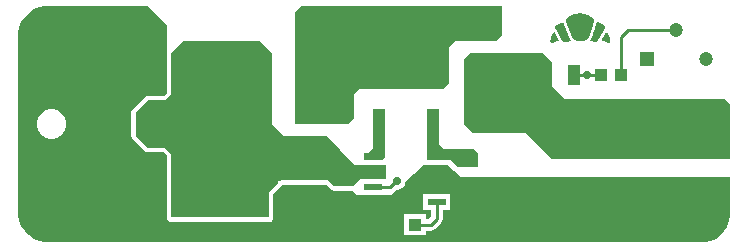
<source format=gtl>
G04*
G04 #@! TF.GenerationSoftware,Altium Limited,Altium Designer,21.6.1 (37)*
G04*
G04 Layer_Physical_Order=1*
G04 Layer_Color=255*
%FSLAX25Y25*%
%MOIN*%
G70*
G04*
G04 #@! TF.SameCoordinates,EE309F7F-E528-4661-BA6D-D9C948015DE1*
G04*
G04*
G04 #@! TF.FilePolarity,Positive*
G04*
G01*
G75*
%ADD14C,0.01000*%
%ADD16R,0.15158X0.21654*%
%ADD17R,0.08583X0.06299*%
%ADD18R,0.05906X0.02362*%
%ADD19R,0.04173X0.10236*%
%ADD20R,0.22173X0.22835*%
%ADD21R,0.04331X0.06693*%
%ADD22R,0.10906X0.10039*%
%ADD23R,0.07874X0.14961*%
%ADD24R,0.04331X0.03937*%
%ADD25R,0.03937X0.04331*%
%ADD26R,0.06693X0.04331*%
%ADD46C,0.07480*%
%ADD47R,0.09843X0.06693*%
%ADD48R,0.04724X0.09449*%
%ADD49C,0.09449*%
%ADD50R,0.09449X0.09449*%
%ADD51R,0.04724X0.04724*%
%ADD52C,0.04724*%
%ADD53C,0.02756*%
G36*
X187687Y76230D02*
X188201D01*
Y76188D01*
X188373D01*
Y76145D01*
X188630D01*
Y76102D01*
X188758D01*
Y76059D01*
X188973D01*
Y76016D01*
X189101D01*
Y75973D01*
X189230D01*
Y75930D01*
X189359D01*
Y75888D01*
X189487D01*
Y75845D01*
X189616D01*
Y75802D01*
X189701D01*
Y75759D01*
X189787D01*
Y75716D01*
X189916D01*
Y75673D01*
X190002D01*
Y75630D01*
X190087D01*
Y75587D01*
X190173D01*
Y75545D01*
X190259D01*
Y75502D01*
X190345D01*
Y75459D01*
X190430D01*
Y75416D01*
X190516D01*
Y75373D01*
X190559D01*
Y75330D01*
X190645D01*
Y75287D01*
X190730D01*
Y75244D01*
X190773D01*
Y75202D01*
X190859D01*
Y75159D01*
X190902D01*
Y75116D01*
X190988D01*
Y75073D01*
X191030D01*
Y75030D01*
X191116D01*
Y74987D01*
X191159D01*
Y74944D01*
X191202D01*
Y74901D01*
X191288D01*
Y74859D01*
X191331D01*
Y74816D01*
X191373D01*
Y74773D01*
X191416D01*
Y74730D01*
X191459D01*
Y74687D01*
X191545D01*
Y74644D01*
X191588D01*
Y74601D01*
X191631D01*
Y74559D01*
X191674D01*
Y74516D01*
X191716D01*
Y74473D01*
X191759D01*
Y74430D01*
Y74387D01*
X191802D01*
Y74344D01*
X191845D01*
Y74301D01*
X191888D01*
Y74259D01*
Y74216D01*
X191931D01*
Y74173D01*
X191974D01*
Y74130D01*
Y74087D01*
X192016D01*
Y74044D01*
Y74001D01*
X192059D01*
Y73958D01*
Y73915D01*
Y73873D01*
Y73830D01*
X192102D01*
Y73787D01*
Y73744D01*
Y73701D01*
Y73658D01*
Y73615D01*
Y73573D01*
Y73530D01*
Y73487D01*
Y73444D01*
X192059D01*
Y73401D01*
Y73358D01*
Y73315D01*
Y73273D01*
X192016D01*
Y73230D01*
Y73187D01*
Y73144D01*
Y73101D01*
X191974D01*
Y73058D01*
Y73015D01*
X191931D01*
Y72972D01*
Y72930D01*
Y72887D01*
X191888D01*
Y72844D01*
Y72801D01*
Y72758D01*
X191845D01*
Y72715D01*
Y72672D01*
Y72629D01*
X191802D01*
Y72587D01*
Y72544D01*
Y72501D01*
Y72458D01*
X191759D01*
Y72415D01*
Y72372D01*
Y72329D01*
X191716D01*
Y72286D01*
Y72244D01*
Y72201D01*
X191674D01*
Y72158D01*
Y72115D01*
Y72072D01*
X191631D01*
Y72029D01*
Y71986D01*
Y71943D01*
X191588D01*
Y71901D01*
Y71858D01*
Y71815D01*
X191545D01*
Y71772D01*
Y71729D01*
Y71686D01*
Y71644D01*
X191502D01*
Y71601D01*
Y71558D01*
Y71515D01*
X191459D01*
Y71472D01*
Y71429D01*
Y71386D01*
X191416D01*
Y71343D01*
Y71301D01*
Y71258D01*
X191373D01*
Y71215D01*
Y71172D01*
Y71129D01*
X191331D01*
Y71086D01*
Y71043D01*
Y71000D01*
X191288D01*
Y70958D01*
Y70915D01*
Y70872D01*
Y70829D01*
X191245D01*
Y70786D01*
Y70743D01*
Y70700D01*
X191202D01*
Y70657D01*
Y70615D01*
Y70572D01*
X191159D01*
Y70529D01*
Y70486D01*
Y70443D01*
X191116D01*
Y70400D01*
Y70357D01*
Y70315D01*
X191073D01*
Y70272D01*
Y70229D01*
Y70186D01*
X191030D01*
Y70143D01*
Y70100D01*
Y70057D01*
Y70014D01*
X190988D01*
Y69972D01*
Y69929D01*
Y69886D01*
X190945D01*
Y69843D01*
Y69800D01*
Y69757D01*
X190902D01*
Y69714D01*
Y69671D01*
Y69629D01*
Y69586D01*
X190859D01*
Y69543D01*
Y69500D01*
Y69457D01*
X190816D01*
Y69414D01*
Y69371D01*
Y69328D01*
X190773D01*
Y69286D01*
Y69243D01*
Y69200D01*
X190730D01*
Y69157D01*
Y69114D01*
Y69071D01*
X190688D01*
Y69028D01*
Y68986D01*
Y68943D01*
X190645D01*
Y68900D01*
Y68857D01*
Y68814D01*
Y68771D01*
X190602D01*
Y68728D01*
Y68686D01*
Y68643D01*
X190559D01*
Y68600D01*
Y68557D01*
X190516D01*
Y68514D01*
Y68471D01*
Y68428D01*
X190473D01*
Y68385D01*
Y68343D01*
X190430D01*
Y68300D01*
Y68257D01*
X190387D01*
Y68214D01*
Y68171D01*
X190345D01*
Y68128D01*
Y68085D01*
X190302D01*
Y68042D01*
Y68000D01*
X190259D01*
Y67957D01*
X190216D01*
Y67914D01*
X190173D01*
Y67871D01*
Y67828D01*
X190130D01*
Y67785D01*
X190087D01*
Y67742D01*
X190044D01*
Y67699D01*
X190002D01*
Y67657D01*
X189916D01*
Y67614D01*
X189873D01*
Y67571D01*
X189830D01*
Y67528D01*
X189744D01*
Y67485D01*
X189659D01*
Y67442D01*
X189573D01*
Y67399D01*
X189487D01*
Y67357D01*
X189401D01*
Y67314D01*
X189316D01*
Y67271D01*
X189187D01*
Y67228D01*
X189058D01*
Y67185D01*
X188930D01*
Y67142D01*
X188801D01*
Y67099D01*
X188587D01*
Y67057D01*
X188458D01*
Y67014D01*
X188158D01*
Y66971D01*
X187558D01*
Y66928D01*
X187429D01*
Y66971D01*
X186872D01*
Y67014D01*
X186615D01*
Y67057D01*
X186443D01*
Y67099D01*
X186272D01*
Y67142D01*
X186186D01*
Y67185D01*
X186058D01*
Y67228D01*
X185929D01*
Y67271D01*
X185843D01*
Y67314D01*
X185758D01*
Y67357D01*
X185672D01*
Y67399D01*
X185629D01*
Y67442D01*
X185543D01*
Y67485D01*
X185458D01*
Y67528D01*
X185415D01*
Y67571D01*
X185372D01*
Y67614D01*
X185329D01*
Y67657D01*
X185286D01*
Y67699D01*
X185243D01*
Y67742D01*
X185200D01*
Y67785D01*
X185157D01*
Y67828D01*
X185115D01*
Y67871D01*
X185072D01*
Y67914D01*
X185029D01*
Y67957D01*
X184986D01*
Y68000D01*
Y68042D01*
X184943D01*
Y68085D01*
X184900D01*
Y68128D01*
Y68171D01*
X184857D01*
Y68214D01*
Y68257D01*
X184814D01*
Y68300D01*
X184772D01*
Y68343D01*
Y68385D01*
X184729D01*
Y68428D01*
Y68471D01*
X184686D01*
Y68514D01*
Y68557D01*
X184643D01*
Y68600D01*
Y68643D01*
X184600D01*
Y68686D01*
Y68728D01*
Y68771D01*
X184557D01*
Y68814D01*
Y68857D01*
X184514D01*
Y68900D01*
Y68943D01*
X184471D01*
Y68986D01*
Y69028D01*
X184429D01*
Y69071D01*
Y69114D01*
Y69157D01*
X184386D01*
Y69200D01*
Y69243D01*
X184343D01*
Y69286D01*
Y69328D01*
Y69371D01*
X184300D01*
Y69414D01*
Y69457D01*
Y69500D01*
X184257D01*
Y69543D01*
Y69586D01*
X184214D01*
Y69629D01*
Y69671D01*
X184171D01*
Y69714D01*
Y69757D01*
Y69800D01*
X184128D01*
Y69843D01*
Y69886D01*
X184086D01*
Y69929D01*
Y69972D01*
Y70014D01*
X184043D01*
Y70057D01*
Y70100D01*
X184000D01*
Y70143D01*
Y70186D01*
Y70229D01*
X183957D01*
Y70272D01*
Y70315D01*
X183914D01*
Y70357D01*
Y70400D01*
Y70443D01*
X183871D01*
Y70486D01*
Y70529D01*
X183828D01*
Y70572D01*
Y70615D01*
Y70657D01*
X183786D01*
Y70700D01*
Y70743D01*
Y70786D01*
X183743D01*
Y70829D01*
Y70872D01*
X183700D01*
Y70915D01*
Y70958D01*
X183657D01*
Y71000D01*
Y71043D01*
Y71086D01*
X183614D01*
Y71129D01*
Y71172D01*
X183571D01*
Y71215D01*
Y71258D01*
Y71301D01*
X183528D01*
Y71343D01*
Y71386D01*
X183485D01*
Y71429D01*
Y71472D01*
Y71515D01*
X183443D01*
Y71558D01*
Y71601D01*
X183400D01*
Y71644D01*
Y71686D01*
Y71729D01*
X183357D01*
Y71772D01*
Y71815D01*
X183314D01*
Y71858D01*
Y71901D01*
Y71943D01*
X183271D01*
Y71986D01*
Y72029D01*
X183228D01*
Y72072D01*
Y72115D01*
X183185D01*
Y72158D01*
Y72201D01*
Y72244D01*
X183142D01*
Y72286D01*
Y72329D01*
X183100D01*
Y72372D01*
Y72415D01*
Y72458D01*
X183057D01*
Y72501D01*
Y72544D01*
Y72587D01*
X183014D01*
Y72629D01*
Y72672D01*
X182971D01*
Y72715D01*
Y72758D01*
Y72801D01*
X182928D01*
Y72844D01*
Y72887D01*
X182885D01*
Y72930D01*
Y72972D01*
Y73015D01*
X182843D01*
Y73058D01*
Y73101D01*
X182800D01*
Y73144D01*
Y73187D01*
Y73230D01*
X182757D01*
Y73273D01*
Y73315D01*
Y73358D01*
Y73401D01*
X182714D01*
Y73444D01*
Y73487D01*
Y73530D01*
X182671D01*
Y73573D01*
Y73615D01*
Y73658D01*
Y73701D01*
Y73744D01*
Y73787D01*
Y73830D01*
Y73873D01*
Y73915D01*
Y73958D01*
Y74001D01*
Y74044D01*
X182714D01*
Y74087D01*
Y74130D01*
Y74173D01*
X182757D01*
Y74216D01*
Y74259D01*
X182800D01*
Y74301D01*
Y74344D01*
X182843D01*
Y74387D01*
X182885D01*
Y74430D01*
Y74473D01*
X182928D01*
Y74516D01*
X182971D01*
Y74559D01*
X183014D01*
Y74601D01*
X183057D01*
Y74644D01*
X183100D01*
Y74687D01*
X183142D01*
Y74730D01*
X183185D01*
Y74773D01*
X183228D01*
Y74816D01*
X183271D01*
Y74859D01*
X183314D01*
Y74901D01*
X183400D01*
Y74944D01*
X183443D01*
Y74987D01*
X183485D01*
Y75030D01*
X183571D01*
Y75073D01*
X183614D01*
Y75116D01*
X183700D01*
Y75159D01*
X183743D01*
Y75202D01*
X183828D01*
Y75244D01*
X183914D01*
Y75287D01*
X183957D01*
Y75330D01*
X184043D01*
Y75373D01*
X184128D01*
Y75416D01*
X184214D01*
Y75459D01*
X184300D01*
Y75502D01*
X184386D01*
Y75545D01*
X184471D01*
Y75587D01*
X184557D01*
Y75630D01*
X184643D01*
Y75673D01*
X184729D01*
Y75716D01*
X184857D01*
Y75759D01*
X184986D01*
Y75802D01*
X185072D01*
Y75845D01*
X185200D01*
Y75888D01*
X185329D01*
Y75930D01*
X185458D01*
Y75973D01*
X185629D01*
Y76016D01*
X185758D01*
Y76059D01*
X185972D01*
Y76102D01*
X186100D01*
Y76145D01*
X186358D01*
Y76188D01*
X186572D01*
Y76230D01*
X187086D01*
Y76273D01*
X187687D01*
Y76230D01*
D02*
G37*
G36*
X193045Y73401D02*
X193174D01*
Y73358D01*
X193303D01*
Y73315D01*
X193388D01*
Y73273D01*
X193517D01*
Y73230D01*
X193603D01*
Y73187D01*
X193731D01*
Y73144D01*
X193817D01*
Y73101D01*
X193946D01*
Y73058D01*
X194031D01*
Y73015D01*
X194117D01*
Y72972D01*
X194203D01*
Y72930D01*
X194289D01*
Y72887D01*
X194417D01*
Y72844D01*
X194460D01*
Y72801D01*
X194546D01*
Y72758D01*
X194631D01*
Y72715D01*
X194717D01*
Y72672D01*
X194803D01*
Y72629D01*
X194846D01*
Y72587D01*
X194931D01*
Y72544D01*
X195017D01*
Y72501D01*
X195060D01*
Y72458D01*
X195103D01*
Y72415D01*
X195189D01*
Y72372D01*
X195232D01*
Y72329D01*
X195274D01*
Y72286D01*
X195317D01*
Y72244D01*
X195360D01*
Y72201D01*
X195403D01*
Y72158D01*
X195446D01*
Y72115D01*
X195489D01*
Y72072D01*
Y72029D01*
X195532D01*
Y71986D01*
Y71943D01*
X195575D01*
Y71901D01*
Y71858D01*
X195617D01*
Y71815D01*
Y71772D01*
Y71729D01*
Y71686D01*
Y71644D01*
Y71601D01*
Y71558D01*
Y71515D01*
Y71472D01*
Y71429D01*
Y71386D01*
Y71343D01*
Y71301D01*
Y71258D01*
X195575D01*
Y71215D01*
Y71172D01*
Y71129D01*
Y71086D01*
X195532D01*
Y71043D01*
Y71000D01*
X195489D01*
Y70958D01*
Y70915D01*
Y70872D01*
X195446D01*
Y70829D01*
Y70786D01*
Y70743D01*
X195403D01*
Y70700D01*
Y70657D01*
X195360D01*
Y70615D01*
Y70572D01*
X195317D01*
Y70529D01*
Y70486D01*
Y70443D01*
X195274D01*
Y70400D01*
Y70357D01*
X195232D01*
Y70315D01*
Y70272D01*
X195189D01*
Y70229D01*
Y70186D01*
X195146D01*
Y70143D01*
Y70100D01*
X195103D01*
Y70057D01*
Y70014D01*
X195060D01*
Y69972D01*
X195017D01*
Y69929D01*
Y69886D01*
X194974D01*
Y69843D01*
X194931D01*
Y69800D01*
Y69757D01*
X194889D01*
Y69714D01*
Y69671D01*
X194846D01*
Y69629D01*
X194803D01*
Y69586D01*
Y69543D01*
X194760D01*
Y69500D01*
Y69457D01*
X194717D01*
Y69414D01*
X194674D01*
Y69371D01*
Y69328D01*
X194631D01*
Y69286D01*
Y69243D01*
X194589D01*
Y69200D01*
X194546D01*
Y69157D01*
Y69114D01*
X194503D01*
Y69071D01*
X194460D01*
Y69028D01*
Y68986D01*
X194417D01*
Y68943D01*
Y68900D01*
X194374D01*
Y68857D01*
X194331D01*
Y68814D01*
Y68771D01*
X194289D01*
Y68728D01*
Y68686D01*
X194246D01*
Y68643D01*
X194203D01*
Y68600D01*
Y68557D01*
X194160D01*
Y68514D01*
X194117D01*
Y68471D01*
Y68428D01*
X194074D01*
Y68385D01*
Y68343D01*
X194031D01*
Y68300D01*
X193988D01*
Y68257D01*
Y68214D01*
X193946D01*
Y68171D01*
X193903D01*
Y68128D01*
Y68085D01*
X193860D01*
Y68042D01*
X193817D01*
Y68000D01*
Y67957D01*
X193774D01*
Y67914D01*
X193731D01*
Y67871D01*
Y67828D01*
X193688D01*
Y67785D01*
X193646D01*
Y67742D01*
Y67699D01*
X193603D01*
Y67657D01*
X193560D01*
Y67614D01*
Y67571D01*
X193517D01*
Y67528D01*
X193474D01*
Y67485D01*
Y67442D01*
X193431D01*
Y67399D01*
X193388D01*
Y67357D01*
X193345D01*
Y67314D01*
Y67271D01*
X193303D01*
Y67228D01*
X193260D01*
Y67185D01*
X193217D01*
Y67142D01*
X193174D01*
Y67099D01*
Y67057D01*
X193131D01*
Y67014D01*
X193088D01*
Y66971D01*
X193045D01*
Y66928D01*
X193002D01*
Y66885D01*
X192917D01*
Y66842D01*
X192874D01*
Y66799D01*
X192831D01*
Y66756D01*
X192745D01*
Y66714D01*
X192659D01*
Y66671D01*
X192102D01*
Y66714D01*
X191931D01*
Y66756D01*
X191802D01*
Y66799D01*
X191674D01*
Y66842D01*
X191588D01*
Y66885D01*
X191459D01*
Y66928D01*
X191373D01*
Y66971D01*
X191245D01*
Y67014D01*
X191159D01*
Y67057D01*
X191073D01*
Y67099D01*
X190945D01*
Y67142D01*
X190859D01*
Y67185D01*
X190773D01*
Y67228D01*
X190816D01*
Y67271D01*
X190859D01*
Y67314D01*
X190902D01*
Y67357D01*
X190945D01*
Y67399D01*
Y67442D01*
X190988D01*
Y67485D01*
X191030D01*
Y67528D01*
X191073D01*
Y67571D01*
Y67614D01*
X191116D01*
Y67657D01*
Y67699D01*
X191159D01*
Y67742D01*
Y67785D01*
X191202D01*
Y67828D01*
Y67871D01*
X191245D01*
Y67914D01*
Y67957D01*
X191288D01*
Y68000D01*
Y68042D01*
X191331D01*
Y68085D01*
Y68128D01*
X191373D01*
Y68171D01*
Y68214D01*
Y68257D01*
X191416D01*
Y68300D01*
Y68343D01*
Y68385D01*
X191459D01*
Y68428D01*
Y68471D01*
Y68514D01*
X191502D01*
Y68557D01*
Y68600D01*
Y68643D01*
X191545D01*
Y68686D01*
Y68728D01*
Y68771D01*
X191588D01*
Y68814D01*
Y68857D01*
Y68900D01*
Y68943D01*
X191631D01*
Y68986D01*
Y69028D01*
X191674D01*
Y69071D01*
Y69114D01*
Y69157D01*
Y69200D01*
X191716D01*
Y69243D01*
Y69286D01*
Y69328D01*
X191759D01*
Y69371D01*
Y69414D01*
Y69457D01*
X191802D01*
Y69500D01*
Y69543D01*
Y69586D01*
Y69629D01*
X191845D01*
Y69671D01*
Y69714D01*
X191888D01*
Y69757D01*
Y69800D01*
Y69843D01*
Y69886D01*
X191931D01*
Y69929D01*
Y69972D01*
X191974D01*
Y70014D01*
Y70057D01*
Y70100D01*
Y70143D01*
X192016D01*
Y70186D01*
Y70229D01*
Y70272D01*
X192059D01*
Y70315D01*
Y70357D01*
Y70400D01*
X192102D01*
Y70443D01*
Y70486D01*
Y70529D01*
Y70572D01*
X192145D01*
Y70615D01*
Y70657D01*
X192188D01*
Y70700D01*
Y70743D01*
Y70786D01*
Y70829D01*
X192231D01*
Y70872D01*
Y70915D01*
Y70958D01*
X192274D01*
Y71000D01*
Y71043D01*
Y71086D01*
X192316D01*
Y71129D01*
Y71172D01*
Y71215D01*
Y71258D01*
X192359D01*
Y71301D01*
Y71343D01*
X192402D01*
Y71386D01*
Y71429D01*
Y71472D01*
Y71515D01*
X192445D01*
Y71558D01*
Y71601D01*
Y71644D01*
X192488D01*
Y71686D01*
Y71729D01*
Y71772D01*
X192531D01*
Y71815D01*
Y71858D01*
Y71901D01*
X192574D01*
Y71943D01*
Y71986D01*
Y72029D01*
X192617D01*
Y72072D01*
Y72115D01*
Y72158D01*
Y72201D01*
X192659D01*
Y72244D01*
Y72286D01*
Y72329D01*
X192702D01*
Y72372D01*
Y72415D01*
Y72458D01*
X192745D01*
Y72501D01*
Y72544D01*
Y72587D01*
X192788D01*
Y72629D01*
Y72672D01*
Y72715D01*
X192831D01*
Y72758D01*
Y72801D01*
Y72844D01*
X192874D01*
Y72887D01*
Y72930D01*
Y72972D01*
X192917D01*
Y73015D01*
Y73058D01*
Y73101D01*
Y73144D01*
X192959D01*
Y73187D01*
Y73230D01*
Y73273D01*
Y73315D01*
X193002D01*
Y73358D01*
Y73401D01*
Y73444D01*
X193045D01*
Y73401D01*
D02*
G37*
G36*
X181814Y73230D02*
Y73187D01*
X181857D01*
Y73144D01*
Y73101D01*
Y73058D01*
X181899D01*
Y73015D01*
Y72972D01*
Y72930D01*
X181942D01*
Y72887D01*
Y72844D01*
Y72801D01*
X181985D01*
Y72758D01*
Y72715D01*
Y72672D01*
X182028D01*
Y72629D01*
Y72587D01*
X182071D01*
Y72544D01*
Y72501D01*
Y72458D01*
X182114D01*
Y72415D01*
Y72372D01*
X182157D01*
Y72329D01*
Y72286D01*
Y72244D01*
X182199D01*
Y72201D01*
Y72158D01*
X182242D01*
Y72115D01*
Y72072D01*
Y72029D01*
X182285D01*
Y71986D01*
Y71943D01*
X182328D01*
Y71901D01*
Y71858D01*
Y71815D01*
X182371D01*
Y71772D01*
Y71729D01*
X182414D01*
Y71686D01*
Y71644D01*
Y71601D01*
X182457D01*
Y71558D01*
Y71515D01*
X182500D01*
Y71472D01*
Y71429D01*
Y71386D01*
X182542D01*
Y71343D01*
Y71301D01*
X182585D01*
Y71258D01*
Y71215D01*
X182628D01*
Y71172D01*
Y71129D01*
Y71086D01*
X182671D01*
Y71043D01*
Y71000D01*
Y70958D01*
X182714D01*
Y70915D01*
Y70872D01*
X182757D01*
Y70829D01*
Y70786D01*
X182800D01*
Y70743D01*
Y70700D01*
Y70657D01*
X182843D01*
Y70615D01*
Y70572D01*
X182885D01*
Y70529D01*
Y70486D01*
Y70443D01*
X182928D01*
Y70400D01*
Y70357D01*
X182971D01*
Y70315D01*
Y70272D01*
Y70229D01*
X183014D01*
Y70186D01*
Y70143D01*
X183057D01*
Y70100D01*
Y70057D01*
Y70014D01*
X183100D01*
Y69972D01*
Y69929D01*
X183142D01*
Y69886D01*
Y69843D01*
Y69800D01*
X183185D01*
Y69757D01*
Y69714D01*
X183228D01*
Y69671D01*
Y69629D01*
Y69586D01*
X183271D01*
Y69543D01*
Y69500D01*
X183314D01*
Y69457D01*
Y69414D01*
Y69371D01*
X183357D01*
Y69328D01*
Y69286D01*
X183400D01*
Y69243D01*
Y69200D01*
Y69157D01*
X183443D01*
Y69114D01*
Y69071D01*
X183485D01*
Y69028D01*
Y68986D01*
Y68943D01*
X183528D01*
Y68900D01*
Y68857D01*
X183571D01*
Y68814D01*
Y68771D01*
Y68728D01*
X183614D01*
Y68686D01*
Y68643D01*
X183657D01*
Y68600D01*
Y68557D01*
X183700D01*
Y68514D01*
Y68471D01*
Y68428D01*
X183743D01*
Y68385D01*
Y68343D01*
X183786D01*
Y68300D01*
Y68257D01*
X183828D01*
Y68214D01*
Y68171D01*
X183871D01*
Y68128D01*
Y68085D01*
X183914D01*
Y68042D01*
Y68000D01*
X183957D01*
Y67957D01*
Y67914D01*
X184000D01*
Y67871D01*
Y67828D01*
X184043D01*
Y67785D01*
Y67742D01*
X184086D01*
Y67699D01*
X184128D01*
Y67657D01*
Y67614D01*
X184171D01*
Y67571D01*
X184214D01*
Y67528D01*
Y67485D01*
X184257D01*
Y67442D01*
X184300D01*
Y67399D01*
X184343D01*
Y67357D01*
X184386D01*
Y67314D01*
Y67271D01*
X184429D01*
Y67228D01*
X184471D01*
Y67185D01*
X184429D01*
Y67142D01*
X184343D01*
Y67099D01*
X184214D01*
Y67057D01*
X184128D01*
Y67014D01*
X184000D01*
Y66971D01*
X183914D01*
Y66928D01*
X183786D01*
Y66885D01*
X183657D01*
Y66842D01*
X183571D01*
Y66799D01*
X183400D01*
Y66756D01*
X183271D01*
Y66714D01*
X183100D01*
Y66671D01*
X182885D01*
Y66628D01*
X182285D01*
Y66671D01*
X182157D01*
Y66714D01*
X182071D01*
Y66756D01*
X181985D01*
Y66799D01*
X181942D01*
Y66842D01*
X181857D01*
Y66885D01*
X181814D01*
Y66928D01*
X181771D01*
Y66971D01*
X181728D01*
Y67014D01*
X181685D01*
Y67057D01*
X181642D01*
Y67099D01*
X181599D01*
Y67142D01*
X181556D01*
Y67185D01*
X181514D01*
Y67228D01*
X181471D01*
Y67271D01*
X181428D01*
Y67314D01*
X181385D01*
Y67357D01*
Y67399D01*
X181342D01*
Y67442D01*
X181299D01*
Y67485D01*
X181256D01*
Y67528D01*
X181213D01*
Y67571D01*
Y67614D01*
X181171D01*
Y67657D01*
X181128D01*
Y67699D01*
X181085D01*
Y67742D01*
Y67785D01*
X181042D01*
Y67828D01*
Y67871D01*
X180999D01*
Y67914D01*
Y67957D01*
X180956D01*
Y68000D01*
Y68042D01*
X180913D01*
Y68085D01*
X180870D01*
Y68128D01*
Y68171D01*
X180828D01*
Y68214D01*
Y68257D01*
X180785D01*
Y68300D01*
Y68343D01*
X180742D01*
Y68385D01*
Y68428D01*
X180699D01*
Y68471D01*
X180656D01*
Y68514D01*
Y68557D01*
X180613D01*
Y68600D01*
Y68643D01*
X180570D01*
Y68686D01*
Y68728D01*
X180527D01*
Y68771D01*
Y68814D01*
X180485D01*
Y68857D01*
Y68900D01*
X180442D01*
Y68943D01*
Y68986D01*
X180399D01*
Y69028D01*
X180356D01*
Y69071D01*
Y69114D01*
X180313D01*
Y69157D01*
Y69200D01*
X180270D01*
Y69243D01*
Y69286D01*
X180227D01*
Y69328D01*
Y69371D01*
X180185D01*
Y69414D01*
X180142D01*
Y69457D01*
Y69500D01*
X180099D01*
Y69543D01*
Y69586D01*
X180056D01*
Y69629D01*
Y69671D01*
X180013D01*
Y69714D01*
Y69757D01*
X179970D01*
Y69800D01*
X179927D01*
Y69843D01*
Y69886D01*
X179885D01*
Y69929D01*
Y69972D01*
X179842D01*
Y70014D01*
Y70057D01*
X179799D01*
Y70100D01*
Y70143D01*
X179756D01*
Y70186D01*
Y70229D01*
X179713D01*
Y70272D01*
Y70315D01*
X179670D01*
Y70357D01*
X179627D01*
Y70400D01*
Y70443D01*
X179584D01*
Y70486D01*
Y70529D01*
X179542D01*
Y70572D01*
Y70615D01*
X179499D01*
Y70657D01*
Y70700D01*
X179456D01*
Y70743D01*
X179413D01*
Y70786D01*
Y70829D01*
X179370D01*
Y70872D01*
Y70915D01*
X179327D01*
Y70958D01*
Y71000D01*
X179284D01*
Y71043D01*
Y71086D01*
X179242D01*
Y71129D01*
Y71172D01*
X179199D01*
Y71215D01*
Y71258D01*
Y71301D01*
X179156D01*
Y71343D01*
Y71386D01*
X179113D01*
Y71429D01*
Y71472D01*
Y71515D01*
Y71558D01*
Y71601D01*
Y71644D01*
Y71686D01*
Y71729D01*
X179156D01*
Y71772D01*
Y71815D01*
X179199D01*
Y71858D01*
Y71901D01*
X179242D01*
Y71943D01*
X179284D01*
Y71986D01*
X179327D01*
Y72029D01*
X179370D01*
Y72072D01*
X179413D01*
Y72115D01*
X179456D01*
Y72158D01*
X179542D01*
Y72201D01*
X179584D01*
Y72244D01*
X179670D01*
Y72286D01*
X179713D01*
Y72329D01*
X179799D01*
Y72372D01*
X179885D01*
Y72415D01*
X179927D01*
Y72458D01*
X180013D01*
Y72501D01*
X180099D01*
Y72544D01*
X180185D01*
Y72587D01*
X180270D01*
Y72629D01*
X180313D01*
Y72672D01*
X180442D01*
Y72715D01*
X180527D01*
Y72758D01*
X180613D01*
Y72801D01*
X180699D01*
Y72844D01*
X180785D01*
Y72887D01*
X180913D01*
Y72930D01*
X180956D01*
Y72972D01*
X181085D01*
Y73015D01*
X181171D01*
Y73058D01*
X181299D01*
Y73101D01*
X181385D01*
Y73144D01*
X181471D01*
Y73187D01*
X181599D01*
Y73230D01*
X181685D01*
Y73273D01*
X181814D01*
Y73230D01*
D02*
G37*
G36*
X196089Y69929D02*
X196132D01*
Y69886D01*
X196218D01*
Y69843D01*
X196260D01*
Y69800D01*
X196303D01*
Y69757D01*
X196346D01*
Y69714D01*
X196389D01*
Y69671D01*
X196432D01*
Y69629D01*
X196475D01*
Y69586D01*
X196518D01*
Y69543D01*
X196561D01*
Y69500D01*
Y69457D01*
X196603D01*
Y69414D01*
X196646D01*
Y69371D01*
X196689D01*
Y69328D01*
X196732D01*
Y69286D01*
Y69243D01*
X196775D01*
Y69200D01*
X196818D01*
Y69157D01*
Y69114D01*
X196861D01*
Y69071D01*
X196904D01*
Y69028D01*
Y68986D01*
X196946D01*
Y68943D01*
Y68900D01*
X196989D01*
Y68857D01*
X197032D01*
Y68814D01*
Y68771D01*
X197075D01*
Y68728D01*
Y68686D01*
X197118D01*
Y68643D01*
Y68600D01*
X197161D01*
Y68557D01*
Y68514D01*
Y68471D01*
X197204D01*
Y68428D01*
Y68385D01*
X197247D01*
Y68343D01*
Y68300D01*
Y68257D01*
X197289D01*
Y68214D01*
Y68171D01*
Y68128D01*
X197332D01*
Y68085D01*
Y68042D01*
Y68000D01*
Y67957D01*
X197375D01*
Y67914D01*
Y67871D01*
Y67828D01*
Y67785D01*
X197418D01*
Y67742D01*
Y67699D01*
Y67657D01*
Y67614D01*
Y67571D01*
X197461D01*
Y67528D01*
Y67485D01*
Y67442D01*
Y67399D01*
Y67357D01*
Y67314D01*
Y67271D01*
Y67228D01*
Y67185D01*
X197504D01*
Y67142D01*
Y67099D01*
Y67057D01*
Y67014D01*
Y66971D01*
Y66928D01*
Y66885D01*
Y66842D01*
Y66799D01*
Y66756D01*
X197461D01*
Y66714D01*
Y66671D01*
Y66628D01*
Y66585D01*
Y66542D01*
Y66499D01*
Y66456D01*
Y66413D01*
X197418D01*
Y66371D01*
Y66328D01*
Y66285D01*
X197118D01*
Y66328D01*
X196989D01*
Y66371D01*
X196861D01*
Y66413D01*
X196732D01*
Y66456D01*
X196646D01*
Y66499D01*
X196518D01*
Y66542D01*
X196432D01*
Y66585D01*
X196303D01*
Y66628D01*
X196218D01*
Y66671D01*
X196089D01*
Y66714D01*
X196003D01*
Y66756D01*
X195917D01*
Y66799D01*
X195789D01*
Y66842D01*
X195703D01*
Y66885D01*
X195617D01*
Y66928D01*
X195489D01*
Y66971D01*
X195403D01*
Y67014D01*
X195274D01*
Y67057D01*
X195189D01*
Y67099D01*
X195060D01*
Y67142D01*
X194974D01*
Y67185D01*
X194889D01*
Y67228D01*
X194760D01*
Y67271D01*
X194674D01*
Y67314D01*
X194546D01*
Y67357D01*
X194503D01*
Y67399D01*
Y67442D01*
X194546D01*
Y67485D01*
X194589D01*
Y67528D01*
Y67571D01*
X194631D01*
Y67614D01*
X194674D01*
Y67657D01*
Y67699D01*
X194717D01*
Y67742D01*
X194760D01*
Y67785D01*
Y67828D01*
X194803D01*
Y67871D01*
X194846D01*
Y67914D01*
Y67957D01*
X194889D01*
Y68000D01*
Y68042D01*
X194931D01*
Y68085D01*
X194974D01*
Y68128D01*
Y68171D01*
X195017D01*
Y68214D01*
X195060D01*
Y68257D01*
Y68300D01*
X195103D01*
Y68343D01*
Y68385D01*
X195146D01*
Y68428D01*
X195189D01*
Y68471D01*
Y68514D01*
X195232D01*
Y68557D01*
X195274D01*
Y68600D01*
Y68643D01*
X195317D01*
Y68686D01*
Y68728D01*
X195360D01*
Y68771D01*
X195403D01*
Y68814D01*
Y68857D01*
X195446D01*
Y68900D01*
Y68943D01*
X195489D01*
Y68986D01*
X195532D01*
Y69028D01*
Y69071D01*
X195575D01*
Y69114D01*
Y69157D01*
X195617D01*
Y69200D01*
X195660D01*
Y69243D01*
Y69286D01*
X195703D01*
Y69328D01*
Y69371D01*
X195746D01*
Y69414D01*
X195789D01*
Y69457D01*
Y69500D01*
X195832D01*
Y69543D01*
X195875D01*
Y69586D01*
Y69629D01*
X195917D01*
Y69671D01*
Y69714D01*
X195960D01*
Y69757D01*
Y69800D01*
X196003D01*
Y69843D01*
Y69886D01*
X196046D01*
Y69929D01*
Y69972D01*
X196089D01*
Y69929D01*
D02*
G37*
G36*
X178899Y69843D02*
Y69800D01*
X178941D01*
Y69757D01*
Y69714D01*
X178984D01*
Y69671D01*
X179027D01*
Y69629D01*
Y69586D01*
X179070D01*
Y69543D01*
Y69500D01*
X179113D01*
Y69457D01*
Y69414D01*
X179156D01*
Y69371D01*
Y69328D01*
X179199D01*
Y69286D01*
Y69243D01*
X179242D01*
Y69200D01*
X179284D01*
Y69157D01*
Y69114D01*
X179327D01*
Y69071D01*
Y69028D01*
X179370D01*
Y68986D01*
Y68943D01*
X179413D01*
Y68900D01*
Y68857D01*
X179456D01*
Y68814D01*
X179499D01*
Y68771D01*
Y68728D01*
X179542D01*
Y68686D01*
Y68643D01*
X179584D01*
Y68600D01*
Y68557D01*
X179627D01*
Y68514D01*
Y68471D01*
X179670D01*
Y68428D01*
Y68385D01*
X179713D01*
Y68343D01*
X179756D01*
Y68300D01*
Y68257D01*
X179799D01*
Y68214D01*
Y68171D01*
X179842D01*
Y68128D01*
Y68085D01*
X179885D01*
Y68042D01*
Y68000D01*
X179927D01*
Y67957D01*
Y67914D01*
X179970D01*
Y67871D01*
X180013D01*
Y67828D01*
Y67785D01*
X180056D01*
Y67742D01*
Y67699D01*
X180099D01*
Y67657D01*
Y67614D01*
X180142D01*
Y67571D01*
Y67528D01*
X180185D01*
Y67485D01*
X180227D01*
Y67442D01*
Y67399D01*
X180270D01*
Y67357D01*
Y67314D01*
X180313D01*
Y67271D01*
Y67228D01*
X180356D01*
Y67185D01*
X180270D01*
Y67142D01*
X180185D01*
Y67099D01*
X180056D01*
Y67057D01*
X179970D01*
Y67014D01*
X179885D01*
Y66971D01*
X179756D01*
Y66928D01*
X179670D01*
Y66885D01*
X179542D01*
Y66842D01*
X179456D01*
Y66799D01*
X179370D01*
Y66756D01*
X179242D01*
Y66714D01*
X179156D01*
Y66671D01*
X179070D01*
Y66628D01*
X178941D01*
Y66585D01*
X178856D01*
Y66542D01*
X178770D01*
Y66499D01*
X178641D01*
Y66456D01*
X178556D01*
Y66413D01*
X178427D01*
Y66371D01*
X178341D01*
Y66328D01*
X178213D01*
Y66285D01*
X178084D01*
Y66242D01*
X177955D01*
Y66199D01*
X177784D01*
Y66156D01*
X177655D01*
Y66199D01*
Y66242D01*
X177612D01*
Y66285D01*
Y66328D01*
Y66371D01*
X177570D01*
Y66413D01*
Y66456D01*
Y66499D01*
Y66542D01*
Y66585D01*
Y66628D01*
Y66671D01*
X177527D01*
Y66714D01*
Y66756D01*
Y66799D01*
Y66842D01*
Y66885D01*
Y66928D01*
Y66971D01*
Y67014D01*
Y67057D01*
Y67099D01*
Y67142D01*
Y67185D01*
Y67228D01*
Y67271D01*
X177570D01*
Y67314D01*
Y67357D01*
Y67399D01*
Y67442D01*
Y67485D01*
Y67528D01*
Y67571D01*
Y67614D01*
Y67657D01*
X177612D01*
Y67699D01*
Y67742D01*
Y67785D01*
Y67828D01*
X177655D01*
Y67871D01*
Y67914D01*
Y67957D01*
Y68000D01*
Y68042D01*
X177698D01*
Y68085D01*
Y68128D01*
Y68171D01*
X177741D01*
Y68214D01*
Y68257D01*
Y68300D01*
X177784D01*
Y68343D01*
Y68385D01*
Y68428D01*
X177827D01*
Y68471D01*
Y68514D01*
X177870D01*
Y68557D01*
Y68600D01*
X177912D01*
Y68643D01*
Y68686D01*
X177955D01*
Y68728D01*
Y68771D01*
X177998D01*
Y68814D01*
Y68857D01*
X178041D01*
Y68900D01*
Y68943D01*
X178084D01*
Y68986D01*
Y69028D01*
X178127D01*
Y69071D01*
X178170D01*
Y69114D01*
Y69157D01*
X178213D01*
Y69200D01*
X178255D01*
Y69243D01*
X178298D01*
Y69286D01*
Y69328D01*
X178341D01*
Y69371D01*
X178384D01*
Y69414D01*
X178427D01*
Y69457D01*
X178470D01*
Y69500D01*
X178513D01*
Y69543D01*
Y69586D01*
X178556D01*
Y69629D01*
X178598D01*
Y69671D01*
X178641D01*
Y69714D01*
X178727D01*
Y69757D01*
Y69800D01*
X178813D01*
Y69843D01*
X178856D01*
Y69886D01*
X178899D01*
Y69843D01*
D02*
G37*
G36*
X161417Y68898D02*
X159449Y66929D01*
Y66929D01*
X145669D01*
X143701Y64961D01*
Y53150D01*
X141732Y51181D01*
X114173D01*
X112205Y49213D01*
X112205D01*
Y41339D01*
X110236Y39370D01*
X92520D01*
Y76772D01*
X94488Y78740D01*
X161417D01*
Y68898D01*
D02*
G37*
G36*
X178149Y59951D02*
X178149Y52050D01*
X182400Y47800D01*
X235665D01*
X237520Y45945D01*
X237520Y27559D01*
X178150Y27559D01*
X169291Y36417D01*
X151575D01*
X148622Y39370D01*
Y61024D01*
X150591Y62992D01*
X175108D01*
X178149Y59951D01*
D02*
G37*
G36*
X122500Y28400D02*
X121300Y27200D01*
X115400D01*
Y29600D01*
X116700D01*
X118300Y31200D01*
Y44300D01*
X122500D01*
Y28400D01*
D02*
G37*
G36*
X140500Y32500D02*
X141900Y31100D01*
X152100D01*
X153400Y29800D01*
Y25100D01*
X146400D01*
X144300Y27200D01*
X136700D01*
X136300Y27600D01*
Y44300D01*
X140500D01*
X140500Y32500D01*
D02*
G37*
G36*
X84646Y62992D02*
Y39370D01*
X88583Y35433D01*
X102989D01*
X111936Y25591D01*
X122835D01*
Y21556D01*
X122807Y21067D01*
X113902D01*
Y20669D01*
X113891D01*
X111926Y18705D01*
X105311D01*
X103347Y20669D01*
X87598D01*
X87449Y20520D01*
X86724D01*
Y19795D01*
X83661Y16732D01*
Y8268D01*
X51181D01*
Y29528D01*
X49213Y31496D01*
X43307D01*
X39370Y35433D01*
Y43307D01*
X43307Y47244D01*
X49213D01*
X51181Y49213D01*
Y62992D01*
X55118Y66929D01*
X80709D01*
X84646Y62992D01*
D02*
G37*
G36*
X49651Y72396D02*
Y49845D01*
X48579Y48774D01*
X43307D01*
X42722Y48657D01*
X42226Y48325D01*
X38289Y44388D01*
X37957Y43892D01*
X37841Y43307D01*
Y35433D01*
X37957Y34848D01*
X38289Y34352D01*
X42226Y30415D01*
X42722Y30083D01*
X43307Y29967D01*
X48579D01*
X49651Y28895D01*
Y8268D01*
X49652D01*
X49768Y7683D01*
X50100Y7186D01*
X50596Y6855D01*
X51181Y6738D01*
X83661D01*
X84247Y6855D01*
X84691Y7152D01*
D01*
X84743Y7186D01*
X85074Y7683D01*
X85191Y8268D01*
Y16099D01*
X87806Y18714D01*
X88090Y19140D01*
X102713D01*
X104229Y17624D01*
X104726Y17292D01*
X105311Y17176D01*
X111724D01*
X113152Y15748D01*
X113902D01*
Y15705D01*
X122807D01*
Y15748D01*
X124488D01*
X126336Y17422D01*
X126679D01*
X127411Y17618D01*
X128067Y17997D01*
X128603Y18533D01*
X128982Y19189D01*
X129178Y19921D01*
Y19996D01*
X135355Y25591D01*
X143465D01*
X145153Y24083D01*
Y23650D01*
X145638D01*
X147874Y21653D01*
X236438Y21666D01*
X236524Y21681D01*
X237533Y21666D01*
X237534D01*
X237537Y12388D01*
X237525Y12372D01*
X237523Y9755D01*
X237522Y9755D01*
X237535Y8807D01*
X237191Y6943D01*
X236490Y5182D01*
X235458Y3591D01*
X234136Y2232D01*
X232575Y1158D01*
X230833Y408D01*
X228979Y13D01*
X228032Y-0D01*
X224812Y0D01*
X224812Y0D01*
X202284Y0D01*
X10000D01*
X10000Y0D01*
X9015Y0D01*
X7083Y384D01*
X5263Y1138D01*
X3625Y2232D01*
X2232Y3625D01*
X1138Y5263D01*
X384Y7083D01*
X-0Y9015D01*
X0Y10000D01*
Y68740D01*
Y69725D01*
X384Y71657D01*
X1138Y73477D01*
X2232Y75115D01*
X3625Y76508D01*
X5263Y77602D01*
X7083Y78356D01*
X9015Y78740D01*
X43307D01*
X49651Y72396D01*
D02*
G37*
%LPC*%
G36*
X11858Y44216D02*
X10582D01*
X9350Y43886D01*
X8245Y43248D01*
X7342Y42346D01*
X6704Y41241D01*
X6374Y40008D01*
Y38732D01*
X6704Y37499D01*
X7342Y36394D01*
X8245Y35492D01*
X9350Y34854D01*
X10582Y34524D01*
X11858D01*
X13091Y34854D01*
X14196Y35492D01*
X15099Y36394D01*
X15737Y37499D01*
X16067Y38732D01*
Y40008D01*
X15737Y41241D01*
X15099Y42346D01*
X14196Y43248D01*
X13091Y43886D01*
X11858Y44216D01*
D02*
G37*
G36*
X144067Y16067D02*
X135161D01*
Y10705D01*
X137575D01*
Y8569D01*
X136802Y7796D01*
X135996D01*
Y9225D01*
X128665D01*
Y2289D01*
X135996D01*
Y3718D01*
X137647D01*
X138427Y3873D01*
X139089Y4315D01*
X141056Y6283D01*
X141056Y6283D01*
X141498Y6944D01*
X141653Y7724D01*
X141653Y7724D01*
Y10705D01*
X144067D01*
Y16067D01*
D02*
G37*
%LPD*%
D14*
X126058Y20300D02*
X126300D01*
X118354Y18386D02*
X124144D01*
X126058Y20300D01*
X120079Y5906D02*
X125489D01*
X125638Y5757D01*
X118354Y7630D02*
Y13386D01*
Y7630D02*
X120079Y5906D01*
X132331Y5757D02*
X137647D01*
X139614Y7724D02*
Y13386D01*
X137647Y5757D02*
X139614Y7724D01*
X189884Y55700D02*
X194454D01*
X185315D02*
X189884D01*
X201147D02*
Y68347D01*
X203542Y70742D02*
X219543D01*
X201147Y68347D02*
X203542Y70742D01*
D16*
X62587Y51181D02*
D03*
X101760D02*
D03*
D17*
X154000Y72228D02*
D03*
Y57758D02*
D03*
D18*
X118354Y28386D02*
D03*
Y23386D02*
D03*
Y18386D02*
D03*
Y13386D02*
D03*
X139614Y28386D02*
D03*
Y23386D02*
D03*
Y18386D02*
D03*
Y13386D02*
D03*
D19*
X138433Y39173D02*
D03*
X120402D02*
D03*
D20*
X129417Y64764D02*
D03*
D21*
X185315Y55700D02*
D03*
X174685D02*
D03*
D22*
X68323Y14000D02*
D03*
X93677D02*
D03*
D23*
X177000Y40945D02*
D03*
Y9055D02*
D03*
D24*
X125638Y5757D02*
D03*
X132331D02*
D03*
X194454Y55700D02*
D03*
X201147D02*
D03*
D25*
X108465Y15040D02*
D03*
Y21733D02*
D03*
D26*
X150000Y27315D02*
D03*
Y16685D02*
D03*
D46*
X46654Y39370D02*
D03*
D47*
X41142Y59311D02*
D03*
X22244D02*
D03*
X41142Y19429D02*
D03*
X22244D02*
D03*
D48*
X24606Y39370D02*
D03*
D49*
X218000Y13158D02*
D03*
D50*
Y32842D02*
D03*
D51*
X209700Y60900D02*
D03*
D52*
X219543Y70742D02*
D03*
X229385Y60900D02*
D03*
D53*
X186376Y3543D02*
D03*
X186486Y17551D02*
D03*
X38903Y75197D02*
D03*
X31185D02*
D03*
X15748Y3543D02*
D03*
X23467D02*
D03*
X31185D02*
D03*
X38903D02*
D03*
X163630D02*
D03*
X155911D02*
D03*
X148193D02*
D03*
X209642Y17551D02*
D03*
X201923D02*
D03*
X194205D02*
D03*
X194095Y3543D02*
D03*
X201813D02*
D03*
X209531D02*
D03*
X217250D02*
D03*
X224969D02*
D03*
X120866D02*
D03*
X113148D02*
D03*
X105429D02*
D03*
X97711D02*
D03*
X89992D02*
D03*
X126300Y20300D02*
D03*
X189884Y55700D02*
D03*
M02*

</source>
